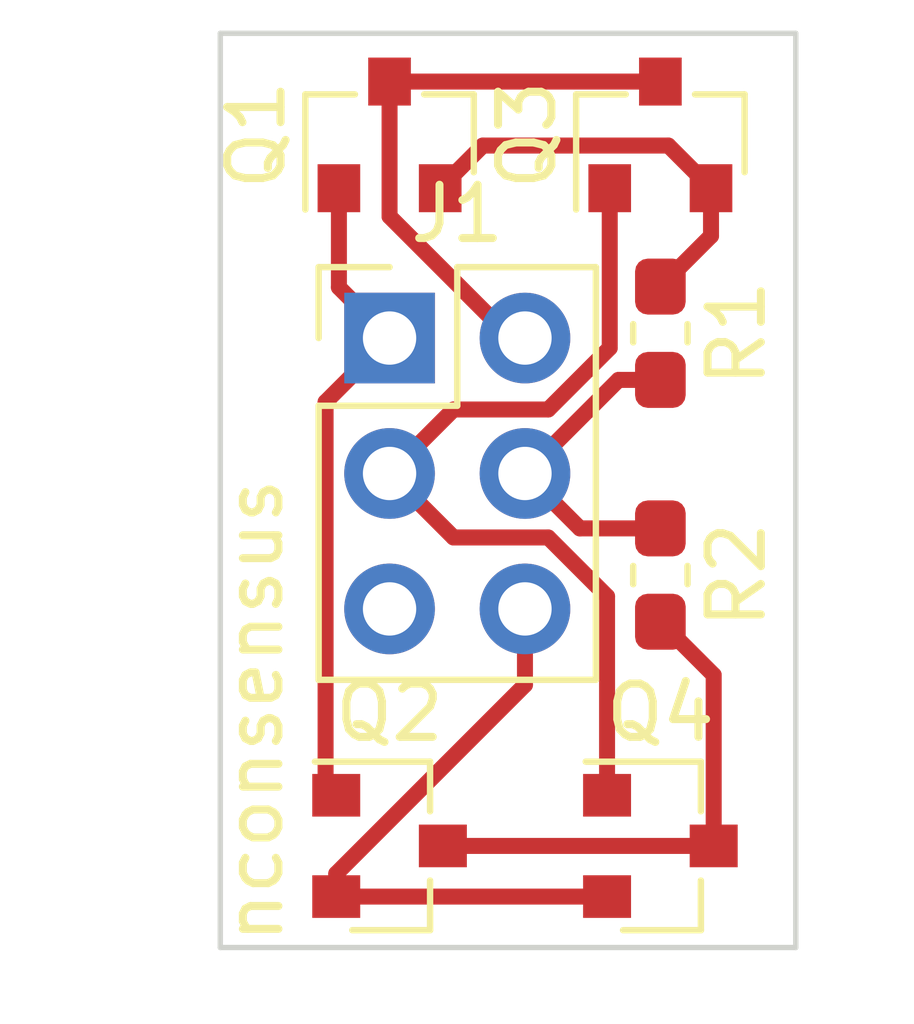
<source format=kicad_pcb>
(kicad_pcb (version 20171130) (host pcbnew 5.1.6)

  (general
    (thickness 1.6)
    (drawings 5)
    (tracks 33)
    (zones 0)
    (modules 7)
    (nets 9)
  )

  (page A4)
  (layers
    (0 F.Cu signal)
    (31 B.Cu signal)
    (32 B.Adhes user)
    (33 F.Adhes user)
    (34 B.Paste user)
    (35 F.Paste user)
    (36 B.SilkS user)
    (37 F.SilkS user)
    (38 B.Mask user)
    (39 F.Mask user)
    (40 Dwgs.User user)
    (41 Cmts.User user)
    (42 Eco1.User user)
    (43 Eco2.User user)
    (44 Edge.Cuts user)
    (45 Margin user)
    (46 B.CrtYd user)
    (47 F.CrtYd user)
    (48 B.Fab user)
    (49 F.Fab user)
  )

  (setup
    (last_trace_width 0.3)
    (user_trace_width 0.3)
    (trace_clearance 0.2)
    (zone_clearance 0.508)
    (zone_45_only no)
    (trace_min 0.2)
    (via_size 0.8)
    (via_drill 0.4)
    (via_min_size 0.4)
    (via_min_drill 0.3)
    (uvia_size 0.3)
    (uvia_drill 0.1)
    (uvias_allowed no)
    (uvia_min_size 0.2)
    (uvia_min_drill 0.1)
    (edge_width 0.05)
    (segment_width 0.2)
    (pcb_text_width 0.3)
    (pcb_text_size 1.5 1.5)
    (mod_edge_width 0.12)
    (mod_text_size 1 1)
    (mod_text_width 0.15)
    (pad_size 1.524 1.524)
    (pad_drill 0.762)
    (pad_to_mask_clearance 0.05)
    (aux_axis_origin 0 0)
    (visible_elements FFFFFF7F)
    (pcbplotparams
      (layerselection 0x010fc_ffffffff)
      (usegerberextensions false)
      (usegerberattributes true)
      (usegerberadvancedattributes true)
      (creategerberjobfile true)
      (excludeedgelayer true)
      (linewidth 0.100000)
      (plotframeref false)
      (viasonmask false)
      (mode 1)
      (useauxorigin false)
      (hpglpennumber 1)
      (hpglpenspeed 20)
      (hpglpendiameter 15.000000)
      (psnegative false)
      (psa4output false)
      (plotreference true)
      (plotvalue true)
      (plotinvisibletext false)
      (padsonsilk false)
      (subtractmaskfromsilk false)
      (outputformat 1)
      (mirror false)
      (drillshape 0)
      (scaleselection 1)
      (outputdirectory ""))
  )

  (net 0 "")
  (net 1 Vdd)
  (net 2 "Net-(Q1-Pad2)")
  (net 3 A)
  (net 4 "Net-(Q2-Pad3)")
  (net 5 Vss)
  (net 6 B)
  (net 7 Out)
  (net 8 "Net-(J1-Pad5)")

  (net_class Default "This is the default net class."
    (clearance 0.2)
    (trace_width 0.25)
    (via_dia 0.8)
    (via_drill 0.4)
    (uvia_dia 0.3)
    (uvia_drill 0.1)
    (add_net A)
    (add_net B)
    (add_net "Net-(J1-Pad5)")
    (add_net "Net-(Q1-Pad2)")
    (add_net "Net-(Q2-Pad3)")
    (add_net Out)
    (add_net Vdd)
    (add_net Vss)
  )

  (module Resistor_SMD:R_0603_1608Metric_Pad1.05x0.95mm_HandSolder (layer F.Cu) (tedit 5B301BBD) (tstamp 5FDEFBFB)
    (at 94.615 57.785 270)
    (descr "Resistor SMD 0603 (1608 Metric), square (rectangular) end terminal, IPC_7351 nominal with elongated pad for handsoldering. (Body size source: http://www.tortai-tech.com/upload/download/2011102023233369053.pdf), generated with kicad-footprint-generator")
    (tags "resistor handsolder")
    (path /5FE5A9BB)
    (attr smd)
    (fp_text reference R2 (at 0 -1.43 90) (layer F.SilkS)
      (effects (font (size 1 1) (thickness 0.15)))
    )
    (fp_text value 12k (at 0 1.43 90) (layer F.Fab)
      (effects (font (size 1 1) (thickness 0.15)))
    )
    (fp_text user %R (at 0 0 90) (layer F.Fab)
      (effects (font (size 0.4 0.4) (thickness 0.06)))
    )
    (fp_line (start -0.8 0.4) (end -0.8 -0.4) (layer F.Fab) (width 0.1))
    (fp_line (start -0.8 -0.4) (end 0.8 -0.4) (layer F.Fab) (width 0.1))
    (fp_line (start 0.8 -0.4) (end 0.8 0.4) (layer F.Fab) (width 0.1))
    (fp_line (start 0.8 0.4) (end -0.8 0.4) (layer F.Fab) (width 0.1))
    (fp_line (start -0.171267 -0.51) (end 0.171267 -0.51) (layer F.SilkS) (width 0.12))
    (fp_line (start -0.171267 0.51) (end 0.171267 0.51) (layer F.SilkS) (width 0.12))
    (fp_line (start -1.65 0.73) (end -1.65 -0.73) (layer F.CrtYd) (width 0.05))
    (fp_line (start -1.65 -0.73) (end 1.65 -0.73) (layer F.CrtYd) (width 0.05))
    (fp_line (start 1.65 -0.73) (end 1.65 0.73) (layer F.CrtYd) (width 0.05))
    (fp_line (start 1.65 0.73) (end -1.65 0.73) (layer F.CrtYd) (width 0.05))
    (pad 2 smd roundrect (at 0.875 0 270) (size 1.05 0.95) (layers F.Cu F.Paste F.Mask) (roundrect_rratio 0.25)
      (net 4 "Net-(Q2-Pad3)"))
    (pad 1 smd roundrect (at -0.875 0 270) (size 1.05 0.95) (layers F.Cu F.Paste F.Mask) (roundrect_rratio 0.25)
      (net 7 Out))
    (model ${KISYS3DMOD}/Resistor_SMD.3dshapes/R_0603_1608Metric.wrl
      (at (xyz 0 0 0))
      (scale (xyz 1 1 1))
      (rotate (xyz 0 0 0))
    )
  )

  (module Resistor_SMD:R_0603_1608Metric_Pad1.05x0.95mm_HandSolder (layer F.Cu) (tedit 5B301BBD) (tstamp 5FDEFBEA)
    (at 94.615 53.25 270)
    (descr "Resistor SMD 0603 (1608 Metric), square (rectangular) end terminal, IPC_7351 nominal with elongated pad for handsoldering. (Body size source: http://www.tortai-tech.com/upload/download/2011102023233369053.pdf), generated with kicad-footprint-generator")
    (tags "resistor handsolder")
    (path /5FE48DC7)
    (attr smd)
    (fp_text reference R1 (at 0 -1.43 90) (layer F.SilkS)
      (effects (font (size 1 1) (thickness 0.15)))
    )
    (fp_text value 12k (at 0 1.43 90) (layer F.Fab)
      (effects (font (size 1 1) (thickness 0.15)))
    )
    (fp_text user %R (at 0 0 90) (layer F.Fab)
      (effects (font (size 0.4 0.4) (thickness 0.06)))
    )
    (fp_line (start -0.8 0.4) (end -0.8 -0.4) (layer F.Fab) (width 0.1))
    (fp_line (start -0.8 -0.4) (end 0.8 -0.4) (layer F.Fab) (width 0.1))
    (fp_line (start 0.8 -0.4) (end 0.8 0.4) (layer F.Fab) (width 0.1))
    (fp_line (start 0.8 0.4) (end -0.8 0.4) (layer F.Fab) (width 0.1))
    (fp_line (start -0.171267 -0.51) (end 0.171267 -0.51) (layer F.SilkS) (width 0.12))
    (fp_line (start -0.171267 0.51) (end 0.171267 0.51) (layer F.SilkS) (width 0.12))
    (fp_line (start -1.65 0.73) (end -1.65 -0.73) (layer F.CrtYd) (width 0.05))
    (fp_line (start -1.65 -0.73) (end 1.65 -0.73) (layer F.CrtYd) (width 0.05))
    (fp_line (start 1.65 -0.73) (end 1.65 0.73) (layer F.CrtYd) (width 0.05))
    (fp_line (start 1.65 0.73) (end -1.65 0.73) (layer F.CrtYd) (width 0.05))
    (pad 2 smd roundrect (at 0.875 0 270) (size 1.05 0.95) (layers F.Cu F.Paste F.Mask) (roundrect_rratio 0.25)
      (net 7 Out))
    (pad 1 smd roundrect (at -0.875 0 270) (size 1.05 0.95) (layers F.Cu F.Paste F.Mask) (roundrect_rratio 0.25)
      (net 2 "Net-(Q1-Pad2)"))
    (model ${KISYS3DMOD}/Resistor_SMD.3dshapes/R_0603_1608Metric.wrl
      (at (xyz 0 0 0))
      (scale (xyz 1 1 1))
      (rotate (xyz 0 0 0))
    )
  )

  (module Package_TO_SOT_SMD:SOT-23 (layer F.Cu) (tedit 5A02FF57) (tstamp 5FDEFBD9)
    (at 94.615 62.865)
    (descr "SOT-23, Standard")
    (tags SOT-23)
    (path /5FE4277C)
    (attr smd)
    (fp_text reference Q4 (at 0 -2.5) (layer F.SilkS)
      (effects (font (size 1 1) (thickness 0.15)))
    )
    (fp_text value 2N7002 (at 0 2.5) (layer F.Fab)
      (effects (font (size 1 1) (thickness 0.15)))
    )
    (fp_text user %R (at 0 0 90) (layer F.Fab)
      (effects (font (size 0.5 0.5) (thickness 0.075)))
    )
    (fp_line (start -0.7 -0.95) (end -0.7 1.5) (layer F.Fab) (width 0.1))
    (fp_line (start -0.15 -1.52) (end 0.7 -1.52) (layer F.Fab) (width 0.1))
    (fp_line (start -0.7 -0.95) (end -0.15 -1.52) (layer F.Fab) (width 0.1))
    (fp_line (start 0.7 -1.52) (end 0.7 1.52) (layer F.Fab) (width 0.1))
    (fp_line (start -0.7 1.52) (end 0.7 1.52) (layer F.Fab) (width 0.1))
    (fp_line (start 0.76 1.58) (end 0.76 0.65) (layer F.SilkS) (width 0.12))
    (fp_line (start 0.76 -1.58) (end 0.76 -0.65) (layer F.SilkS) (width 0.12))
    (fp_line (start -1.7 -1.75) (end 1.7 -1.75) (layer F.CrtYd) (width 0.05))
    (fp_line (start 1.7 -1.75) (end 1.7 1.75) (layer F.CrtYd) (width 0.05))
    (fp_line (start 1.7 1.75) (end -1.7 1.75) (layer F.CrtYd) (width 0.05))
    (fp_line (start -1.7 1.75) (end -1.7 -1.75) (layer F.CrtYd) (width 0.05))
    (fp_line (start 0.76 -1.58) (end -1.4 -1.58) (layer F.SilkS) (width 0.12))
    (fp_line (start 0.76 1.58) (end -0.7 1.58) (layer F.SilkS) (width 0.12))
    (pad 3 smd rect (at 1 0) (size 0.9 0.8) (layers F.Cu F.Paste F.Mask)
      (net 4 "Net-(Q2-Pad3)"))
    (pad 2 smd rect (at -1 0.95) (size 0.9 0.8) (layers F.Cu F.Paste F.Mask)
      (net 5 Vss))
    (pad 1 smd rect (at -1 -0.95) (size 0.9 0.8) (layers F.Cu F.Paste F.Mask)
      (net 6 B))
    (model ${KISYS3DMOD}/Package_TO_SOT_SMD.3dshapes/SOT-23.wrl
      (at (xyz 0 0 0))
      (scale (xyz 1 1 1))
      (rotate (xyz 0 0 0))
    )
  )

  (module Package_TO_SOT_SMD:SOT-23 (layer F.Cu) (tedit 5A02FF57) (tstamp 5FDEFBC4)
    (at 94.615 49.53 90)
    (descr "SOT-23, Standard")
    (tags SOT-23)
    (path /5FE3DA6F)
    (attr smd)
    (fp_text reference Q3 (at 0 -2.5 90) (layer F.SilkS)
      (effects (font (size 1 1) (thickness 0.15)))
    )
    (fp_text value BSS84 (at 0 2.5 90) (layer F.Fab)
      (effects (font (size 1 1) (thickness 0.15)))
    )
    (fp_text user %R (at 0 0) (layer F.Fab)
      (effects (font (size 0.5 0.5) (thickness 0.075)))
    )
    (fp_line (start -0.7 -0.95) (end -0.7 1.5) (layer F.Fab) (width 0.1))
    (fp_line (start -0.15 -1.52) (end 0.7 -1.52) (layer F.Fab) (width 0.1))
    (fp_line (start -0.7 -0.95) (end -0.15 -1.52) (layer F.Fab) (width 0.1))
    (fp_line (start 0.7 -1.52) (end 0.7 1.52) (layer F.Fab) (width 0.1))
    (fp_line (start -0.7 1.52) (end 0.7 1.52) (layer F.Fab) (width 0.1))
    (fp_line (start 0.76 1.58) (end 0.76 0.65) (layer F.SilkS) (width 0.12))
    (fp_line (start 0.76 -1.58) (end 0.76 -0.65) (layer F.SilkS) (width 0.12))
    (fp_line (start -1.7 -1.75) (end 1.7 -1.75) (layer F.CrtYd) (width 0.05))
    (fp_line (start 1.7 -1.75) (end 1.7 1.75) (layer F.CrtYd) (width 0.05))
    (fp_line (start 1.7 1.75) (end -1.7 1.75) (layer F.CrtYd) (width 0.05))
    (fp_line (start -1.7 1.75) (end -1.7 -1.75) (layer F.CrtYd) (width 0.05))
    (fp_line (start 0.76 -1.58) (end -1.4 -1.58) (layer F.SilkS) (width 0.12))
    (fp_line (start 0.76 1.58) (end -0.7 1.58) (layer F.SilkS) (width 0.12))
    (pad 3 smd rect (at 1 0 90) (size 0.9 0.8) (layers F.Cu F.Paste F.Mask)
      (net 1 Vdd))
    (pad 2 smd rect (at -1 0.95 90) (size 0.9 0.8) (layers F.Cu F.Paste F.Mask)
      (net 2 "Net-(Q1-Pad2)"))
    (pad 1 smd rect (at -1 -0.95 90) (size 0.9 0.8) (layers F.Cu F.Paste F.Mask)
      (net 6 B))
    (model ${KISYS3DMOD}/Package_TO_SOT_SMD.3dshapes/SOT-23.wrl
      (at (xyz 0 0 0))
      (scale (xyz 1 1 1))
      (rotate (xyz 0 0 0))
    )
  )

  (module Package_TO_SOT_SMD:SOT-23 (layer F.Cu) (tedit 5A02FF57) (tstamp 5FDEFBAF)
    (at 89.535 62.865)
    (descr "SOT-23, Standard")
    (tags SOT-23)
    (path /5FE3F391)
    (attr smd)
    (fp_text reference Q2 (at 0 -2.5) (layer F.SilkS)
      (effects (font (size 1 1) (thickness 0.15)))
    )
    (fp_text value 2N7002 (at 0 2.5) (layer F.Fab)
      (effects (font (size 1 1) (thickness 0.15)))
    )
    (fp_text user %R (at 0 0 90) (layer F.Fab)
      (effects (font (size 0.5 0.5) (thickness 0.075)))
    )
    (fp_line (start -0.7 -0.95) (end -0.7 1.5) (layer F.Fab) (width 0.1))
    (fp_line (start -0.15 -1.52) (end 0.7 -1.52) (layer F.Fab) (width 0.1))
    (fp_line (start -0.7 -0.95) (end -0.15 -1.52) (layer F.Fab) (width 0.1))
    (fp_line (start 0.7 -1.52) (end 0.7 1.52) (layer F.Fab) (width 0.1))
    (fp_line (start -0.7 1.52) (end 0.7 1.52) (layer F.Fab) (width 0.1))
    (fp_line (start 0.76 1.58) (end 0.76 0.65) (layer F.SilkS) (width 0.12))
    (fp_line (start 0.76 -1.58) (end 0.76 -0.65) (layer F.SilkS) (width 0.12))
    (fp_line (start -1.7 -1.75) (end 1.7 -1.75) (layer F.CrtYd) (width 0.05))
    (fp_line (start 1.7 -1.75) (end 1.7 1.75) (layer F.CrtYd) (width 0.05))
    (fp_line (start 1.7 1.75) (end -1.7 1.75) (layer F.CrtYd) (width 0.05))
    (fp_line (start -1.7 1.75) (end -1.7 -1.75) (layer F.CrtYd) (width 0.05))
    (fp_line (start 0.76 -1.58) (end -1.4 -1.58) (layer F.SilkS) (width 0.12))
    (fp_line (start 0.76 1.58) (end -0.7 1.58) (layer F.SilkS) (width 0.12))
    (pad 3 smd rect (at 1 0) (size 0.9 0.8) (layers F.Cu F.Paste F.Mask)
      (net 4 "Net-(Q2-Pad3)"))
    (pad 2 smd rect (at -1 0.95) (size 0.9 0.8) (layers F.Cu F.Paste F.Mask)
      (net 5 Vss))
    (pad 1 smd rect (at -1 -0.95) (size 0.9 0.8) (layers F.Cu F.Paste F.Mask)
      (net 3 A))
    (model ${KISYS3DMOD}/Package_TO_SOT_SMD.3dshapes/SOT-23.wrl
      (at (xyz 0 0 0))
      (scale (xyz 1 1 1))
      (rotate (xyz 0 0 0))
    )
  )

  (module Package_TO_SOT_SMD:SOT-23 (layer F.Cu) (tedit 5A02FF57) (tstamp 5FDEFB9A)
    (at 89.535 49.53 90)
    (descr "SOT-23, Standard")
    (tags SOT-23)
    (path /5FE3D154)
    (attr smd)
    (fp_text reference Q1 (at 0 -2.5 90) (layer F.SilkS)
      (effects (font (size 1 1) (thickness 0.15)))
    )
    (fp_text value BSS84 (at 0 2.5 90) (layer F.Fab)
      (effects (font (size 1 1) (thickness 0.15)))
    )
    (fp_text user %R (at 0 0) (layer F.Fab)
      (effects (font (size 0.5 0.5) (thickness 0.075)))
    )
    (fp_line (start -0.7 -0.95) (end -0.7 1.5) (layer F.Fab) (width 0.1))
    (fp_line (start -0.15 -1.52) (end 0.7 -1.52) (layer F.Fab) (width 0.1))
    (fp_line (start -0.7 -0.95) (end -0.15 -1.52) (layer F.Fab) (width 0.1))
    (fp_line (start 0.7 -1.52) (end 0.7 1.52) (layer F.Fab) (width 0.1))
    (fp_line (start -0.7 1.52) (end 0.7 1.52) (layer F.Fab) (width 0.1))
    (fp_line (start 0.76 1.58) (end 0.76 0.65) (layer F.SilkS) (width 0.12))
    (fp_line (start 0.76 -1.58) (end 0.76 -0.65) (layer F.SilkS) (width 0.12))
    (fp_line (start -1.7 -1.75) (end 1.7 -1.75) (layer F.CrtYd) (width 0.05))
    (fp_line (start 1.7 -1.75) (end 1.7 1.75) (layer F.CrtYd) (width 0.05))
    (fp_line (start 1.7 1.75) (end -1.7 1.75) (layer F.CrtYd) (width 0.05))
    (fp_line (start -1.7 1.75) (end -1.7 -1.75) (layer F.CrtYd) (width 0.05))
    (fp_line (start 0.76 -1.58) (end -1.4 -1.58) (layer F.SilkS) (width 0.12))
    (fp_line (start 0.76 1.58) (end -0.7 1.58) (layer F.SilkS) (width 0.12))
    (pad 3 smd rect (at 1 0 90) (size 0.9 0.8) (layers F.Cu F.Paste F.Mask)
      (net 1 Vdd))
    (pad 2 smd rect (at -1 0.95 90) (size 0.9 0.8) (layers F.Cu F.Paste F.Mask)
      (net 2 "Net-(Q1-Pad2)"))
    (pad 1 smd rect (at -1 -0.95 90) (size 0.9 0.8) (layers F.Cu F.Paste F.Mask)
      (net 3 A))
    (model ${KISYS3DMOD}/Package_TO_SOT_SMD.3dshapes/SOT-23.wrl
      (at (xyz 0 0 0))
      (scale (xyz 1 1 1))
      (rotate (xyz 0 0 0))
    )
  )

  (module Connector_PinHeader_2.54mm:PinHeader_2x03_P2.54mm_Vertical (layer F.Cu) (tedit 59FED5CC) (tstamp 5FDEFB85)
    (at 89.535 53.34)
    (descr "Through hole straight pin header, 2x03, 2.54mm pitch, double rows")
    (tags "Through hole pin header THT 2x03 2.54mm double row")
    (path /5FE5FBD7)
    (fp_text reference J1 (at 1.27 -2.33) (layer F.SilkS)
      (effects (font (size 1 1) (thickness 0.15)))
    )
    (fp_text value Conn_02x03_Odd_Even (at 1.27 7.41) (layer F.Fab)
      (effects (font (size 1 1) (thickness 0.15)))
    )
    (fp_text user %R (at 1.27 2.54 90) (layer F.Fab)
      (effects (font (size 1 1) (thickness 0.15)))
    )
    (fp_line (start 0 -1.27) (end 3.81 -1.27) (layer F.Fab) (width 0.1))
    (fp_line (start 3.81 -1.27) (end 3.81 6.35) (layer F.Fab) (width 0.1))
    (fp_line (start 3.81 6.35) (end -1.27 6.35) (layer F.Fab) (width 0.1))
    (fp_line (start -1.27 6.35) (end -1.27 0) (layer F.Fab) (width 0.1))
    (fp_line (start -1.27 0) (end 0 -1.27) (layer F.Fab) (width 0.1))
    (fp_line (start -1.33 6.41) (end 3.87 6.41) (layer F.SilkS) (width 0.12))
    (fp_line (start -1.33 1.27) (end -1.33 6.41) (layer F.SilkS) (width 0.12))
    (fp_line (start 3.87 -1.33) (end 3.87 6.41) (layer F.SilkS) (width 0.12))
    (fp_line (start -1.33 1.27) (end 1.27 1.27) (layer F.SilkS) (width 0.12))
    (fp_line (start 1.27 1.27) (end 1.27 -1.33) (layer F.SilkS) (width 0.12))
    (fp_line (start 1.27 -1.33) (end 3.87 -1.33) (layer F.SilkS) (width 0.12))
    (fp_line (start -1.33 0) (end -1.33 -1.33) (layer F.SilkS) (width 0.12))
    (fp_line (start -1.33 -1.33) (end 0 -1.33) (layer F.SilkS) (width 0.12))
    (fp_line (start -1.8 -1.8) (end -1.8 6.85) (layer F.CrtYd) (width 0.05))
    (fp_line (start -1.8 6.85) (end 4.35 6.85) (layer F.CrtYd) (width 0.05))
    (fp_line (start 4.35 6.85) (end 4.35 -1.8) (layer F.CrtYd) (width 0.05))
    (fp_line (start 4.35 -1.8) (end -1.8 -1.8) (layer F.CrtYd) (width 0.05))
    (pad 6 thru_hole oval (at 2.54 5.08) (size 1.7 1.7) (drill 1) (layers *.Cu *.Mask)
      (net 5 Vss))
    (pad 5 thru_hole oval (at 0 5.08) (size 1.7 1.7) (drill 1) (layers *.Cu *.Mask)
      (net 8 "Net-(J1-Pad5)"))
    (pad 4 thru_hole oval (at 2.54 2.54) (size 1.7 1.7) (drill 1) (layers *.Cu *.Mask)
      (net 7 Out))
    (pad 3 thru_hole oval (at 0 2.54) (size 1.7 1.7) (drill 1) (layers *.Cu *.Mask)
      (net 6 B))
    (pad 2 thru_hole oval (at 2.54 0) (size 1.7 1.7) (drill 1) (layers *.Cu *.Mask)
      (net 1 Vdd))
    (pad 1 thru_hole rect (at 0 0) (size 1.7 1.7) (drill 1) (layers *.Cu *.Mask)
      (net 3 A))
    (model ${KISYS3DMOD}/Connector_PinHeader_2.54mm.3dshapes/PinHeader_2x03_P2.54mm_Vertical.wrl
      (at (xyz 0 0 0))
      (scale (xyz 1 1 1))
      (rotate (xyz 0 0 0))
    )
  )

  (gr_line (start 97.155 47.625) (end 97.155 64.77) (layer Edge.Cuts) (width 0.1))
  (gr_line (start 86.36 47.625) (end 97.155 47.625) (layer Edge.Cuts) (width 0.1))
  (gr_line (start 86.36 64.77) (end 86.36 47.625) (layer Edge.Cuts) (width 0.1))
  (gr_line (start 97.155 64.77) (end 86.36 64.77) (layer Edge.Cuts) (width 0.1))
  (gr_text "nconsensus\n" (at 86.995 60.325 90) (layer F.SilkS)
    (effects (font (size 1 1) (thickness 0.15)))
  )

  (segment (start 94.615 48.53) (end 89.535 48.53) (width 0.3) (layer F.Cu) (net 1))
  (segment (start 91.814998 53.34) (end 92.075 53.34) (width 0.3) (layer F.Cu) (net 1))
  (segment (start 89.535 51.060002) (end 91.814998 53.34) (width 0.3) (layer F.Cu) (net 1))
  (segment (start 89.535 48.53) (end 89.535 51.060002) (width 0.3) (layer F.Cu) (net 1))
  (segment (start 94.764999 49.729999) (end 95.565 50.53) (width 0.3) (layer F.Cu) (net 2))
  (segment (start 91.285001 49.729999) (end 94.764999 49.729999) (width 0.3) (layer F.Cu) (net 2))
  (segment (start 90.485 50.53) (end 91.285001 49.729999) (width 0.3) (layer F.Cu) (net 2))
  (segment (start 95.565 51.425) (end 94.615 52.375) (width 0.3) (layer F.Cu) (net 2))
  (segment (start 95.565 50.53) (end 95.565 51.425) (width 0.3) (layer F.Cu) (net 2))
  (segment (start 88.585 52.39) (end 89.535 53.34) (width 0.3) (layer F.Cu) (net 3))
  (segment (start 88.585 50.53) (end 88.585 52.39) (width 0.3) (layer F.Cu) (net 3))
  (segment (start 88.334999 54.540001) (end 89.535 53.34) (width 0.3) (layer F.Cu) (net 3))
  (segment (start 88.334999 61.714999) (end 88.334999 54.540001) (width 0.3) (layer F.Cu) (net 3))
  (segment (start 88.535 61.915) (end 88.334999 61.714999) (width 0.3) (layer F.Cu) (net 3))
  (segment (start 95.615 62.865) (end 90.535 62.865) (width 0.3) (layer F.Cu) (net 4))
  (segment (start 95.615 59.66) (end 94.615 58.66) (width 0.3) (layer F.Cu) (net 4))
  (segment (start 95.615 62.865) (end 95.615 59.66) (width 0.3) (layer F.Cu) (net 4))
  (segment (start 93.615 63.815) (end 88.535 63.815) (width 0.3) (layer F.Cu) (net 5))
  (segment (start 92.075 59.844998) (end 92.075 58.42) (width 0.3) (layer F.Cu) (net 5))
  (segment (start 88.535 63.384998) (end 92.075 59.844998) (width 0.3) (layer F.Cu) (net 5))
  (segment (start 88.535 63.815) (end 88.535 63.384998) (width 0.3) (layer F.Cu) (net 5))
  (segment (start 92.511003 57.080001) (end 90.735001 57.080001) (width 0.3) (layer F.Cu) (net 6))
  (segment (start 93.615 58.183998) (end 92.511003 57.080001) (width 0.3) (layer F.Cu) (net 6))
  (segment (start 90.735001 57.080001) (end 89.535 55.88) (width 0.3) (layer F.Cu) (net 6))
  (segment (start 93.615 61.915) (end 93.615 58.183998) (width 0.3) (layer F.Cu) (net 6))
  (segment (start 90.735001 54.679999) (end 89.535 55.88) (width 0.3) (layer F.Cu) (net 6))
  (segment (start 92.511003 54.679999) (end 90.735001 54.679999) (width 0.3) (layer F.Cu) (net 6))
  (segment (start 93.665 53.526002) (end 92.511003 54.679999) (width 0.3) (layer F.Cu) (net 6))
  (segment (start 93.665 50.53) (end 93.665 53.526002) (width 0.3) (layer F.Cu) (net 6))
  (segment (start 93.83 54.125) (end 92.075 55.88) (width 0.3) (layer F.Cu) (net 7))
  (segment (start 94.615 54.125) (end 93.83 54.125) (width 0.3) (layer F.Cu) (net 7))
  (segment (start 93.105 56.91) (end 92.075 55.88) (width 0.3) (layer F.Cu) (net 7))
  (segment (start 94.615 56.91) (end 93.105 56.91) (width 0.3) (layer F.Cu) (net 7))

)

</source>
